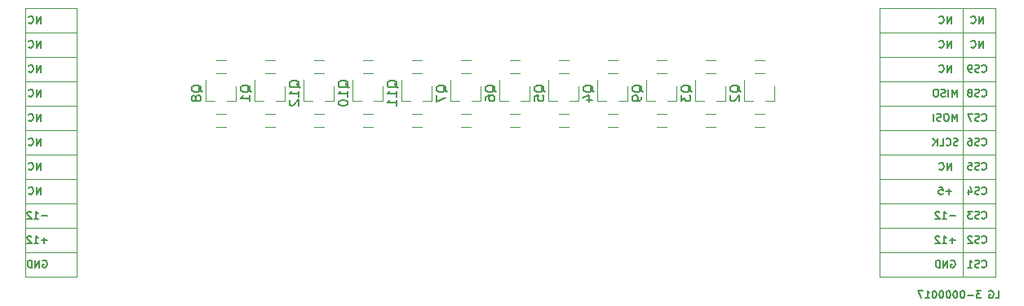
<source format=gbr>
G04 #@! TF.GenerationSoftware,KiCad,Pcbnew,(5.1.2)-1*
G04 #@! TF.CreationDate,2019-11-05T14:52:24-06:00*
G04 #@! TF.ProjectId,computer_board,636f6d70-7574-4657-925f-626f6172642e,rev?*
G04 #@! TF.SameCoordinates,Original*
G04 #@! TF.FileFunction,Legend,Bot*
G04 #@! TF.FilePolarity,Positive*
%FSLAX46Y46*%
G04 Gerber Fmt 4.6, Leading zero omitted, Abs format (unit mm)*
G04 Created by KiCad (PCBNEW (5.1.2)-1) date 2019-11-05 14:52:24*
%MOMM*%
%LPD*%
G04 APERTURE LIST*
%ADD10C,0.120000*%
%ADD11C,0.149860*%
%ADD12C,0.150000*%
G04 APERTURE END LIST*
D10*
X188976000Y-86360000D02*
X188976000Y-58420000D01*
X180340000Y-83820000D02*
X192405000Y-83820000D01*
X192405000Y-81280000D02*
X180340000Y-81280000D01*
X180340000Y-78740000D02*
X192405000Y-78740000D01*
X192405000Y-76200000D02*
X180340000Y-76200000D01*
X180340000Y-73660000D02*
X192405000Y-73660000D01*
X192405000Y-71120000D02*
X180340000Y-71120000D01*
X180340000Y-68580000D02*
X192405000Y-68580000D01*
X192405000Y-66040000D02*
X180340000Y-66040000D01*
X180340000Y-63500000D02*
X192405000Y-63500000D01*
X192405000Y-86360000D02*
X192405000Y-60960000D01*
X180340000Y-86360000D02*
X192405000Y-86360000D01*
X180340000Y-58420000D02*
X180340000Y-86360000D01*
X192405000Y-58420000D02*
X180340000Y-58420000D01*
X192405000Y-60960000D02*
X192405000Y-58420000D01*
X180340000Y-60960000D02*
X192405000Y-60960000D01*
D11*
X191098714Y-62574714D02*
X191098714Y-61812714D01*
X190663285Y-62574714D01*
X190663285Y-61812714D01*
X189865000Y-62502142D02*
X189901285Y-62538428D01*
X190010142Y-62574714D01*
X190082714Y-62574714D01*
X190191571Y-62538428D01*
X190264142Y-62465857D01*
X190300428Y-62393285D01*
X190336714Y-62248142D01*
X190336714Y-62139285D01*
X190300428Y-61994142D01*
X190264142Y-61921571D01*
X190191571Y-61849000D01*
X190082714Y-61812714D01*
X190010142Y-61812714D01*
X189901285Y-61849000D01*
X189865000Y-61885285D01*
X191098714Y-60034714D02*
X191098714Y-59272714D01*
X190663285Y-60034714D01*
X190663285Y-59272714D01*
X189865000Y-59962142D02*
X189901285Y-59998428D01*
X190010142Y-60034714D01*
X190082714Y-60034714D01*
X190191571Y-59998428D01*
X190264142Y-59925857D01*
X190300428Y-59853285D01*
X190336714Y-59708142D01*
X190336714Y-59599285D01*
X190300428Y-59454142D01*
X190264142Y-59381571D01*
X190191571Y-59309000D01*
X190082714Y-59272714D01*
X190010142Y-59272714D01*
X189901285Y-59309000D01*
X189865000Y-59345285D01*
X187796714Y-60034714D02*
X187796714Y-59272714D01*
X187361285Y-60034714D01*
X187361285Y-59272714D01*
X186563000Y-59962142D02*
X186599285Y-59998428D01*
X186708142Y-60034714D01*
X186780714Y-60034714D01*
X186889571Y-59998428D01*
X186962142Y-59925857D01*
X186998428Y-59853285D01*
X187034714Y-59708142D01*
X187034714Y-59599285D01*
X186998428Y-59454142D01*
X186962142Y-59381571D01*
X186889571Y-59309000D01*
X186780714Y-59272714D01*
X186708142Y-59272714D01*
X186599285Y-59309000D01*
X186563000Y-59345285D01*
X187796714Y-62574714D02*
X187796714Y-61812714D01*
X187361285Y-62574714D01*
X187361285Y-61812714D01*
X186563000Y-62502142D02*
X186599285Y-62538428D01*
X186708142Y-62574714D01*
X186780714Y-62574714D01*
X186889571Y-62538428D01*
X186962142Y-62465857D01*
X186998428Y-62393285D01*
X187034714Y-62248142D01*
X187034714Y-62139285D01*
X186998428Y-61994142D01*
X186962142Y-61921571D01*
X186889571Y-61849000D01*
X186780714Y-61812714D01*
X186708142Y-61812714D01*
X186599285Y-61849000D01*
X186563000Y-61885285D01*
X187796714Y-65114714D02*
X187796714Y-64352714D01*
X187361285Y-65114714D01*
X187361285Y-64352714D01*
X186563000Y-65042142D02*
X186599285Y-65078428D01*
X186708142Y-65114714D01*
X186780714Y-65114714D01*
X186889571Y-65078428D01*
X186962142Y-65005857D01*
X186998428Y-64933285D01*
X187034714Y-64788142D01*
X187034714Y-64679285D01*
X186998428Y-64534142D01*
X186962142Y-64461571D01*
X186889571Y-64389000D01*
X186780714Y-64352714D01*
X186708142Y-64352714D01*
X186599285Y-64389000D01*
X186563000Y-64425285D01*
X190989857Y-65042142D02*
X191026142Y-65078428D01*
X191135000Y-65114714D01*
X191207571Y-65114714D01*
X191316428Y-65078428D01*
X191389000Y-65005857D01*
X191425285Y-64933285D01*
X191461571Y-64788142D01*
X191461571Y-64679285D01*
X191425285Y-64534142D01*
X191389000Y-64461571D01*
X191316428Y-64389000D01*
X191207571Y-64352714D01*
X191135000Y-64352714D01*
X191026142Y-64389000D01*
X190989857Y-64425285D01*
X190699571Y-65078428D02*
X190590714Y-65114714D01*
X190409285Y-65114714D01*
X190336714Y-65078428D01*
X190300428Y-65042142D01*
X190264142Y-64969571D01*
X190264142Y-64897000D01*
X190300428Y-64824428D01*
X190336714Y-64788142D01*
X190409285Y-64751857D01*
X190554428Y-64715571D01*
X190627000Y-64679285D01*
X190663285Y-64643000D01*
X190699571Y-64570428D01*
X190699571Y-64497857D01*
X190663285Y-64425285D01*
X190627000Y-64389000D01*
X190554428Y-64352714D01*
X190373000Y-64352714D01*
X190264142Y-64389000D01*
X189901285Y-65114714D02*
X189756142Y-65114714D01*
X189683571Y-65078428D01*
X189647285Y-65042142D01*
X189574714Y-64933285D01*
X189538428Y-64788142D01*
X189538428Y-64497857D01*
X189574714Y-64425285D01*
X189611000Y-64389000D01*
X189683571Y-64352714D01*
X189828714Y-64352714D01*
X189901285Y-64389000D01*
X189937571Y-64425285D01*
X189973857Y-64497857D01*
X189973857Y-64679285D01*
X189937571Y-64751857D01*
X189901285Y-64788142D01*
X189828714Y-64824428D01*
X189683571Y-64824428D01*
X189611000Y-64788142D01*
X189574714Y-64751857D01*
X189538428Y-64679285D01*
X190989857Y-67582142D02*
X191026142Y-67618428D01*
X191135000Y-67654714D01*
X191207571Y-67654714D01*
X191316428Y-67618428D01*
X191389000Y-67545857D01*
X191425285Y-67473285D01*
X191461571Y-67328142D01*
X191461571Y-67219285D01*
X191425285Y-67074142D01*
X191389000Y-67001571D01*
X191316428Y-66929000D01*
X191207571Y-66892714D01*
X191135000Y-66892714D01*
X191026142Y-66929000D01*
X190989857Y-66965285D01*
X190699571Y-67618428D02*
X190590714Y-67654714D01*
X190409285Y-67654714D01*
X190336714Y-67618428D01*
X190300428Y-67582142D01*
X190264142Y-67509571D01*
X190264142Y-67437000D01*
X190300428Y-67364428D01*
X190336714Y-67328142D01*
X190409285Y-67291857D01*
X190554428Y-67255571D01*
X190627000Y-67219285D01*
X190663285Y-67183000D01*
X190699571Y-67110428D01*
X190699571Y-67037857D01*
X190663285Y-66965285D01*
X190627000Y-66929000D01*
X190554428Y-66892714D01*
X190373000Y-66892714D01*
X190264142Y-66929000D01*
X189828714Y-67219285D02*
X189901285Y-67183000D01*
X189937571Y-67146714D01*
X189973857Y-67074142D01*
X189973857Y-67037857D01*
X189937571Y-66965285D01*
X189901285Y-66929000D01*
X189828714Y-66892714D01*
X189683571Y-66892714D01*
X189611000Y-66929000D01*
X189574714Y-66965285D01*
X189538428Y-67037857D01*
X189538428Y-67074142D01*
X189574714Y-67146714D01*
X189611000Y-67183000D01*
X189683571Y-67219285D01*
X189828714Y-67219285D01*
X189901285Y-67255571D01*
X189937571Y-67291857D01*
X189973857Y-67364428D01*
X189973857Y-67509571D01*
X189937571Y-67582142D01*
X189901285Y-67618428D01*
X189828714Y-67654714D01*
X189683571Y-67654714D01*
X189611000Y-67618428D01*
X189574714Y-67582142D01*
X189538428Y-67509571D01*
X189538428Y-67364428D01*
X189574714Y-67291857D01*
X189611000Y-67255571D01*
X189683571Y-67219285D01*
X190989857Y-70122142D02*
X191026142Y-70158428D01*
X191135000Y-70194714D01*
X191207571Y-70194714D01*
X191316428Y-70158428D01*
X191389000Y-70085857D01*
X191425285Y-70013285D01*
X191461571Y-69868142D01*
X191461571Y-69759285D01*
X191425285Y-69614142D01*
X191389000Y-69541571D01*
X191316428Y-69469000D01*
X191207571Y-69432714D01*
X191135000Y-69432714D01*
X191026142Y-69469000D01*
X190989857Y-69505285D01*
X190699571Y-70158428D02*
X190590714Y-70194714D01*
X190409285Y-70194714D01*
X190336714Y-70158428D01*
X190300428Y-70122142D01*
X190264142Y-70049571D01*
X190264142Y-69977000D01*
X190300428Y-69904428D01*
X190336714Y-69868142D01*
X190409285Y-69831857D01*
X190554428Y-69795571D01*
X190627000Y-69759285D01*
X190663285Y-69723000D01*
X190699571Y-69650428D01*
X190699571Y-69577857D01*
X190663285Y-69505285D01*
X190627000Y-69469000D01*
X190554428Y-69432714D01*
X190373000Y-69432714D01*
X190264142Y-69469000D01*
X190010142Y-69432714D02*
X189502142Y-69432714D01*
X189828714Y-70194714D01*
X188395428Y-67654714D02*
X188395428Y-66892714D01*
X188141428Y-67437000D01*
X187887428Y-66892714D01*
X187887428Y-67654714D01*
X187524571Y-67654714D02*
X187524571Y-66892714D01*
X187198000Y-67618428D02*
X187089142Y-67654714D01*
X186907714Y-67654714D01*
X186835142Y-67618428D01*
X186798857Y-67582142D01*
X186762571Y-67509571D01*
X186762571Y-67437000D01*
X186798857Y-67364428D01*
X186835142Y-67328142D01*
X186907714Y-67291857D01*
X187052857Y-67255571D01*
X187125428Y-67219285D01*
X187161714Y-67183000D01*
X187198000Y-67110428D01*
X187198000Y-67037857D01*
X187161714Y-66965285D01*
X187125428Y-66929000D01*
X187052857Y-66892714D01*
X186871428Y-66892714D01*
X186762571Y-66929000D01*
X186290857Y-66892714D02*
X186145714Y-66892714D01*
X186073142Y-66929000D01*
X186000571Y-67001571D01*
X185964285Y-67146714D01*
X185964285Y-67400714D01*
X186000571Y-67545857D01*
X186073142Y-67618428D01*
X186145714Y-67654714D01*
X186290857Y-67654714D01*
X186363428Y-67618428D01*
X186436000Y-67545857D01*
X186472285Y-67400714D01*
X186472285Y-67146714D01*
X186436000Y-67001571D01*
X186363428Y-66929000D01*
X186290857Y-66892714D01*
X188395428Y-70194714D02*
X188395428Y-69432714D01*
X188141428Y-69977000D01*
X187887428Y-69432714D01*
X187887428Y-70194714D01*
X187379428Y-69432714D02*
X187234285Y-69432714D01*
X187161714Y-69469000D01*
X187089142Y-69541571D01*
X187052857Y-69686714D01*
X187052857Y-69940714D01*
X187089142Y-70085857D01*
X187161714Y-70158428D01*
X187234285Y-70194714D01*
X187379428Y-70194714D01*
X187452000Y-70158428D01*
X187524571Y-70085857D01*
X187560857Y-69940714D01*
X187560857Y-69686714D01*
X187524571Y-69541571D01*
X187452000Y-69469000D01*
X187379428Y-69432714D01*
X186762571Y-70158428D02*
X186653714Y-70194714D01*
X186472285Y-70194714D01*
X186399714Y-70158428D01*
X186363428Y-70122142D01*
X186327142Y-70049571D01*
X186327142Y-69977000D01*
X186363428Y-69904428D01*
X186399714Y-69868142D01*
X186472285Y-69831857D01*
X186617428Y-69795571D01*
X186690000Y-69759285D01*
X186726285Y-69723000D01*
X186762571Y-69650428D01*
X186762571Y-69577857D01*
X186726285Y-69505285D01*
X186690000Y-69469000D01*
X186617428Y-69432714D01*
X186436000Y-69432714D01*
X186327142Y-69469000D01*
X186000571Y-70194714D02*
X186000571Y-69432714D01*
X190989857Y-75202142D02*
X191026142Y-75238428D01*
X191135000Y-75274714D01*
X191207571Y-75274714D01*
X191316428Y-75238428D01*
X191389000Y-75165857D01*
X191425285Y-75093285D01*
X191461571Y-74948142D01*
X191461571Y-74839285D01*
X191425285Y-74694142D01*
X191389000Y-74621571D01*
X191316428Y-74549000D01*
X191207571Y-74512714D01*
X191135000Y-74512714D01*
X191026142Y-74549000D01*
X190989857Y-74585285D01*
X190699571Y-75238428D02*
X190590714Y-75274714D01*
X190409285Y-75274714D01*
X190336714Y-75238428D01*
X190300428Y-75202142D01*
X190264142Y-75129571D01*
X190264142Y-75057000D01*
X190300428Y-74984428D01*
X190336714Y-74948142D01*
X190409285Y-74911857D01*
X190554428Y-74875571D01*
X190627000Y-74839285D01*
X190663285Y-74803000D01*
X190699571Y-74730428D01*
X190699571Y-74657857D01*
X190663285Y-74585285D01*
X190627000Y-74549000D01*
X190554428Y-74512714D01*
X190373000Y-74512714D01*
X190264142Y-74549000D01*
X189574714Y-74512714D02*
X189937571Y-74512714D01*
X189973857Y-74875571D01*
X189937571Y-74839285D01*
X189865000Y-74803000D01*
X189683571Y-74803000D01*
X189611000Y-74839285D01*
X189574714Y-74875571D01*
X189538428Y-74948142D01*
X189538428Y-75129571D01*
X189574714Y-75202142D01*
X189611000Y-75238428D01*
X189683571Y-75274714D01*
X189865000Y-75274714D01*
X189937571Y-75238428D01*
X189973857Y-75202142D01*
X190989857Y-72662142D02*
X191026142Y-72698428D01*
X191135000Y-72734714D01*
X191207571Y-72734714D01*
X191316428Y-72698428D01*
X191389000Y-72625857D01*
X191425285Y-72553285D01*
X191461571Y-72408142D01*
X191461571Y-72299285D01*
X191425285Y-72154142D01*
X191389000Y-72081571D01*
X191316428Y-72009000D01*
X191207571Y-71972714D01*
X191135000Y-71972714D01*
X191026142Y-72009000D01*
X190989857Y-72045285D01*
X190699571Y-72698428D02*
X190590714Y-72734714D01*
X190409285Y-72734714D01*
X190336714Y-72698428D01*
X190300428Y-72662142D01*
X190264142Y-72589571D01*
X190264142Y-72517000D01*
X190300428Y-72444428D01*
X190336714Y-72408142D01*
X190409285Y-72371857D01*
X190554428Y-72335571D01*
X190627000Y-72299285D01*
X190663285Y-72263000D01*
X190699571Y-72190428D01*
X190699571Y-72117857D01*
X190663285Y-72045285D01*
X190627000Y-72009000D01*
X190554428Y-71972714D01*
X190373000Y-71972714D01*
X190264142Y-72009000D01*
X189611000Y-71972714D02*
X189756142Y-71972714D01*
X189828714Y-72009000D01*
X189865000Y-72045285D01*
X189937571Y-72154142D01*
X189973857Y-72299285D01*
X189973857Y-72589571D01*
X189937571Y-72662142D01*
X189901285Y-72698428D01*
X189828714Y-72734714D01*
X189683571Y-72734714D01*
X189611000Y-72698428D01*
X189574714Y-72662142D01*
X189538428Y-72589571D01*
X189538428Y-72408142D01*
X189574714Y-72335571D01*
X189611000Y-72299285D01*
X189683571Y-72263000D01*
X189828714Y-72263000D01*
X189901285Y-72299285D01*
X189937571Y-72335571D01*
X189973857Y-72408142D01*
X187796714Y-75274714D02*
X187796714Y-74512714D01*
X187361285Y-75274714D01*
X187361285Y-74512714D01*
X186563000Y-75202142D02*
X186599285Y-75238428D01*
X186708142Y-75274714D01*
X186780714Y-75274714D01*
X186889571Y-75238428D01*
X186962142Y-75165857D01*
X186998428Y-75093285D01*
X187034714Y-74948142D01*
X187034714Y-74839285D01*
X186998428Y-74694142D01*
X186962142Y-74621571D01*
X186889571Y-74549000D01*
X186780714Y-74512714D01*
X186708142Y-74512714D01*
X186599285Y-74549000D01*
X186563000Y-74585285D01*
X188486142Y-72698428D02*
X188377285Y-72734714D01*
X188195857Y-72734714D01*
X188123285Y-72698428D01*
X188087000Y-72662142D01*
X188050714Y-72589571D01*
X188050714Y-72517000D01*
X188087000Y-72444428D01*
X188123285Y-72408142D01*
X188195857Y-72371857D01*
X188341000Y-72335571D01*
X188413571Y-72299285D01*
X188449857Y-72263000D01*
X188486142Y-72190428D01*
X188486142Y-72117857D01*
X188449857Y-72045285D01*
X188413571Y-72009000D01*
X188341000Y-71972714D01*
X188159571Y-71972714D01*
X188050714Y-72009000D01*
X187288714Y-72662142D02*
X187325000Y-72698428D01*
X187433857Y-72734714D01*
X187506428Y-72734714D01*
X187615285Y-72698428D01*
X187687857Y-72625857D01*
X187724142Y-72553285D01*
X187760428Y-72408142D01*
X187760428Y-72299285D01*
X187724142Y-72154142D01*
X187687857Y-72081571D01*
X187615285Y-72009000D01*
X187506428Y-71972714D01*
X187433857Y-71972714D01*
X187325000Y-72009000D01*
X187288714Y-72045285D01*
X186599285Y-72734714D02*
X186962142Y-72734714D01*
X186962142Y-71972714D01*
X186345285Y-72734714D02*
X186345285Y-71972714D01*
X185909857Y-72734714D02*
X186236428Y-72299285D01*
X185909857Y-71972714D02*
X186345285Y-72408142D01*
X190989857Y-80282142D02*
X191026142Y-80318428D01*
X191135000Y-80354714D01*
X191207571Y-80354714D01*
X191316428Y-80318428D01*
X191389000Y-80245857D01*
X191425285Y-80173285D01*
X191461571Y-80028142D01*
X191461571Y-79919285D01*
X191425285Y-79774142D01*
X191389000Y-79701571D01*
X191316428Y-79629000D01*
X191207571Y-79592714D01*
X191135000Y-79592714D01*
X191026142Y-79629000D01*
X190989857Y-79665285D01*
X190699571Y-80318428D02*
X190590714Y-80354714D01*
X190409285Y-80354714D01*
X190336714Y-80318428D01*
X190300428Y-80282142D01*
X190264142Y-80209571D01*
X190264142Y-80137000D01*
X190300428Y-80064428D01*
X190336714Y-80028142D01*
X190409285Y-79991857D01*
X190554428Y-79955571D01*
X190627000Y-79919285D01*
X190663285Y-79883000D01*
X190699571Y-79810428D01*
X190699571Y-79737857D01*
X190663285Y-79665285D01*
X190627000Y-79629000D01*
X190554428Y-79592714D01*
X190373000Y-79592714D01*
X190264142Y-79629000D01*
X190010142Y-79592714D02*
X189538428Y-79592714D01*
X189792428Y-79883000D01*
X189683571Y-79883000D01*
X189611000Y-79919285D01*
X189574714Y-79955571D01*
X189538428Y-80028142D01*
X189538428Y-80209571D01*
X189574714Y-80282142D01*
X189611000Y-80318428D01*
X189683571Y-80354714D01*
X189901285Y-80354714D01*
X189973857Y-80318428D01*
X190010142Y-80282142D01*
X188214000Y-80064428D02*
X187633428Y-80064428D01*
X186871428Y-80354714D02*
X187306857Y-80354714D01*
X187089142Y-80354714D02*
X187089142Y-79592714D01*
X187161714Y-79701571D01*
X187234285Y-79774142D01*
X187306857Y-79810428D01*
X186581142Y-79665285D02*
X186544857Y-79629000D01*
X186472285Y-79592714D01*
X186290857Y-79592714D01*
X186218285Y-79629000D01*
X186182000Y-79665285D01*
X186145714Y-79737857D01*
X186145714Y-79810428D01*
X186182000Y-79919285D01*
X186617428Y-80354714D01*
X186145714Y-80354714D01*
X190989857Y-77742142D02*
X191026142Y-77778428D01*
X191135000Y-77814714D01*
X191207571Y-77814714D01*
X191316428Y-77778428D01*
X191389000Y-77705857D01*
X191425285Y-77633285D01*
X191461571Y-77488142D01*
X191461571Y-77379285D01*
X191425285Y-77234142D01*
X191389000Y-77161571D01*
X191316428Y-77089000D01*
X191207571Y-77052714D01*
X191135000Y-77052714D01*
X191026142Y-77089000D01*
X190989857Y-77125285D01*
X190699571Y-77778428D02*
X190590714Y-77814714D01*
X190409285Y-77814714D01*
X190336714Y-77778428D01*
X190300428Y-77742142D01*
X190264142Y-77669571D01*
X190264142Y-77597000D01*
X190300428Y-77524428D01*
X190336714Y-77488142D01*
X190409285Y-77451857D01*
X190554428Y-77415571D01*
X190627000Y-77379285D01*
X190663285Y-77343000D01*
X190699571Y-77270428D01*
X190699571Y-77197857D01*
X190663285Y-77125285D01*
X190627000Y-77089000D01*
X190554428Y-77052714D01*
X190373000Y-77052714D01*
X190264142Y-77089000D01*
X189611000Y-77306714D02*
X189611000Y-77814714D01*
X189792428Y-77016428D02*
X189973857Y-77560714D01*
X189502142Y-77560714D01*
X187851142Y-77524428D02*
X187270571Y-77524428D01*
X187560857Y-77814714D02*
X187560857Y-77234142D01*
X186544857Y-77052714D02*
X186907714Y-77052714D01*
X186944000Y-77415571D01*
X186907714Y-77379285D01*
X186835142Y-77343000D01*
X186653714Y-77343000D01*
X186581142Y-77379285D01*
X186544857Y-77415571D01*
X186508571Y-77488142D01*
X186508571Y-77669571D01*
X186544857Y-77742142D01*
X186581142Y-77778428D01*
X186653714Y-77814714D01*
X186835142Y-77814714D01*
X186907714Y-77778428D01*
X186944000Y-77742142D01*
X190989857Y-82822142D02*
X191026142Y-82858428D01*
X191135000Y-82894714D01*
X191207571Y-82894714D01*
X191316428Y-82858428D01*
X191389000Y-82785857D01*
X191425285Y-82713285D01*
X191461571Y-82568142D01*
X191461571Y-82459285D01*
X191425285Y-82314142D01*
X191389000Y-82241571D01*
X191316428Y-82169000D01*
X191207571Y-82132714D01*
X191135000Y-82132714D01*
X191026142Y-82169000D01*
X190989857Y-82205285D01*
X190699571Y-82858428D02*
X190590714Y-82894714D01*
X190409285Y-82894714D01*
X190336714Y-82858428D01*
X190300428Y-82822142D01*
X190264142Y-82749571D01*
X190264142Y-82677000D01*
X190300428Y-82604428D01*
X190336714Y-82568142D01*
X190409285Y-82531857D01*
X190554428Y-82495571D01*
X190627000Y-82459285D01*
X190663285Y-82423000D01*
X190699571Y-82350428D01*
X190699571Y-82277857D01*
X190663285Y-82205285D01*
X190627000Y-82169000D01*
X190554428Y-82132714D01*
X190373000Y-82132714D01*
X190264142Y-82169000D01*
X189973857Y-82205285D02*
X189937571Y-82169000D01*
X189865000Y-82132714D01*
X189683571Y-82132714D01*
X189611000Y-82169000D01*
X189574714Y-82205285D01*
X189538428Y-82277857D01*
X189538428Y-82350428D01*
X189574714Y-82459285D01*
X190010142Y-82894714D01*
X189538428Y-82894714D01*
X188214000Y-82604428D02*
X187633428Y-82604428D01*
X187923714Y-82894714D02*
X187923714Y-82314142D01*
X186871428Y-82894714D02*
X187306857Y-82894714D01*
X187089142Y-82894714D02*
X187089142Y-82132714D01*
X187161714Y-82241571D01*
X187234285Y-82314142D01*
X187306857Y-82350428D01*
X186581142Y-82205285D02*
X186544857Y-82169000D01*
X186472285Y-82132714D01*
X186290857Y-82132714D01*
X186218285Y-82169000D01*
X186182000Y-82205285D01*
X186145714Y-82277857D01*
X186145714Y-82350428D01*
X186182000Y-82459285D01*
X186617428Y-82894714D01*
X186145714Y-82894714D01*
X190989857Y-85362142D02*
X191026142Y-85398428D01*
X191135000Y-85434714D01*
X191207571Y-85434714D01*
X191316428Y-85398428D01*
X191389000Y-85325857D01*
X191425285Y-85253285D01*
X191461571Y-85108142D01*
X191461571Y-84999285D01*
X191425285Y-84854142D01*
X191389000Y-84781571D01*
X191316428Y-84709000D01*
X191207571Y-84672714D01*
X191135000Y-84672714D01*
X191026142Y-84709000D01*
X190989857Y-84745285D01*
X190699571Y-85398428D02*
X190590714Y-85434714D01*
X190409285Y-85434714D01*
X190336714Y-85398428D01*
X190300428Y-85362142D01*
X190264142Y-85289571D01*
X190264142Y-85217000D01*
X190300428Y-85144428D01*
X190336714Y-85108142D01*
X190409285Y-85071857D01*
X190554428Y-85035571D01*
X190627000Y-84999285D01*
X190663285Y-84963000D01*
X190699571Y-84890428D01*
X190699571Y-84817857D01*
X190663285Y-84745285D01*
X190627000Y-84709000D01*
X190554428Y-84672714D01*
X190373000Y-84672714D01*
X190264142Y-84709000D01*
X189538428Y-85434714D02*
X189973857Y-85434714D01*
X189756142Y-85434714D02*
X189756142Y-84672714D01*
X189828714Y-84781571D01*
X189901285Y-84854142D01*
X189973857Y-84890428D01*
X187778571Y-84709000D02*
X187851142Y-84672714D01*
X187960000Y-84672714D01*
X188068857Y-84709000D01*
X188141428Y-84781571D01*
X188177714Y-84854142D01*
X188214000Y-84999285D01*
X188214000Y-85108142D01*
X188177714Y-85253285D01*
X188141428Y-85325857D01*
X188068857Y-85398428D01*
X187960000Y-85434714D01*
X187887428Y-85434714D01*
X187778571Y-85398428D01*
X187742285Y-85362142D01*
X187742285Y-85108142D01*
X187887428Y-85108142D01*
X187415714Y-85434714D02*
X187415714Y-84672714D01*
X186980285Y-85434714D01*
X186980285Y-84672714D01*
X186617428Y-85434714D02*
X186617428Y-84672714D01*
X186436000Y-84672714D01*
X186327142Y-84709000D01*
X186254571Y-84781571D01*
X186218285Y-84854142D01*
X186182000Y-84999285D01*
X186182000Y-85108142D01*
X186218285Y-85253285D01*
X186254571Y-85325857D01*
X186327142Y-85398428D01*
X186436000Y-85434714D01*
X186617428Y-85434714D01*
D10*
X97028000Y-58420000D02*
X91694000Y-58420000D01*
X91694000Y-86360000D02*
X97028000Y-86360000D01*
X97028000Y-83820000D02*
X91694000Y-83820000D01*
X91694000Y-81280000D02*
X97028000Y-81280000D01*
X97028000Y-78740000D02*
X91694000Y-78740000D01*
X91694000Y-76200000D02*
X97028000Y-76200000D01*
X97028000Y-73660000D02*
X91694000Y-73660000D01*
X91694000Y-71120000D02*
X97028000Y-71120000D01*
X97028000Y-68580000D02*
X91694000Y-68580000D01*
X91694000Y-66040000D02*
X97028000Y-66040000D01*
X97028000Y-63500000D02*
X91694000Y-63500000D01*
X97028000Y-60960000D02*
X91694000Y-60960000D01*
X97028000Y-86360000D02*
X97028000Y-58420000D01*
X91694000Y-58420000D02*
X91694000Y-86360000D01*
D11*
X93308714Y-60034714D02*
X93308714Y-59272714D01*
X92873285Y-60034714D01*
X92873285Y-59272714D01*
X92075000Y-59962142D02*
X92111285Y-59998428D01*
X92220142Y-60034714D01*
X92292714Y-60034714D01*
X92401571Y-59998428D01*
X92474142Y-59925857D01*
X92510428Y-59853285D01*
X92546714Y-59708142D01*
X92546714Y-59599285D01*
X92510428Y-59454142D01*
X92474142Y-59381571D01*
X92401571Y-59309000D01*
X92292714Y-59272714D01*
X92220142Y-59272714D01*
X92111285Y-59309000D01*
X92075000Y-59345285D01*
X93308714Y-62574714D02*
X93308714Y-61812714D01*
X92873285Y-62574714D01*
X92873285Y-61812714D01*
X92075000Y-62502142D02*
X92111285Y-62538428D01*
X92220142Y-62574714D01*
X92292714Y-62574714D01*
X92401571Y-62538428D01*
X92474142Y-62465857D01*
X92510428Y-62393285D01*
X92546714Y-62248142D01*
X92546714Y-62139285D01*
X92510428Y-61994142D01*
X92474142Y-61921571D01*
X92401571Y-61849000D01*
X92292714Y-61812714D01*
X92220142Y-61812714D01*
X92111285Y-61849000D01*
X92075000Y-61885285D01*
X93308714Y-65114714D02*
X93308714Y-64352714D01*
X92873285Y-65114714D01*
X92873285Y-64352714D01*
X92075000Y-65042142D02*
X92111285Y-65078428D01*
X92220142Y-65114714D01*
X92292714Y-65114714D01*
X92401571Y-65078428D01*
X92474142Y-65005857D01*
X92510428Y-64933285D01*
X92546714Y-64788142D01*
X92546714Y-64679285D01*
X92510428Y-64534142D01*
X92474142Y-64461571D01*
X92401571Y-64389000D01*
X92292714Y-64352714D01*
X92220142Y-64352714D01*
X92111285Y-64389000D01*
X92075000Y-64425285D01*
X93308714Y-67654714D02*
X93308714Y-66892714D01*
X92873285Y-67654714D01*
X92873285Y-66892714D01*
X92075000Y-67582142D02*
X92111285Y-67618428D01*
X92220142Y-67654714D01*
X92292714Y-67654714D01*
X92401571Y-67618428D01*
X92474142Y-67545857D01*
X92510428Y-67473285D01*
X92546714Y-67328142D01*
X92546714Y-67219285D01*
X92510428Y-67074142D01*
X92474142Y-67001571D01*
X92401571Y-66929000D01*
X92292714Y-66892714D01*
X92220142Y-66892714D01*
X92111285Y-66929000D01*
X92075000Y-66965285D01*
X93308714Y-70194714D02*
X93308714Y-69432714D01*
X92873285Y-70194714D01*
X92873285Y-69432714D01*
X92075000Y-70122142D02*
X92111285Y-70158428D01*
X92220142Y-70194714D01*
X92292714Y-70194714D01*
X92401571Y-70158428D01*
X92474142Y-70085857D01*
X92510428Y-70013285D01*
X92546714Y-69868142D01*
X92546714Y-69759285D01*
X92510428Y-69614142D01*
X92474142Y-69541571D01*
X92401571Y-69469000D01*
X92292714Y-69432714D01*
X92220142Y-69432714D01*
X92111285Y-69469000D01*
X92075000Y-69505285D01*
X93308714Y-72734714D02*
X93308714Y-71972714D01*
X92873285Y-72734714D01*
X92873285Y-71972714D01*
X92075000Y-72662142D02*
X92111285Y-72698428D01*
X92220142Y-72734714D01*
X92292714Y-72734714D01*
X92401571Y-72698428D01*
X92474142Y-72625857D01*
X92510428Y-72553285D01*
X92546714Y-72408142D01*
X92546714Y-72299285D01*
X92510428Y-72154142D01*
X92474142Y-72081571D01*
X92401571Y-72009000D01*
X92292714Y-71972714D01*
X92220142Y-71972714D01*
X92111285Y-72009000D01*
X92075000Y-72045285D01*
X93308714Y-75274714D02*
X93308714Y-74512714D01*
X92873285Y-75274714D01*
X92873285Y-74512714D01*
X92075000Y-75202142D02*
X92111285Y-75238428D01*
X92220142Y-75274714D01*
X92292714Y-75274714D01*
X92401571Y-75238428D01*
X92474142Y-75165857D01*
X92510428Y-75093285D01*
X92546714Y-74948142D01*
X92546714Y-74839285D01*
X92510428Y-74694142D01*
X92474142Y-74621571D01*
X92401571Y-74549000D01*
X92292714Y-74512714D01*
X92220142Y-74512714D01*
X92111285Y-74549000D01*
X92075000Y-74585285D01*
X93308714Y-77814714D02*
X93308714Y-77052714D01*
X92873285Y-77814714D01*
X92873285Y-77052714D01*
X92075000Y-77742142D02*
X92111285Y-77778428D01*
X92220142Y-77814714D01*
X92292714Y-77814714D01*
X92401571Y-77778428D01*
X92474142Y-77705857D01*
X92510428Y-77633285D01*
X92546714Y-77488142D01*
X92546714Y-77379285D01*
X92510428Y-77234142D01*
X92474142Y-77161571D01*
X92401571Y-77089000D01*
X92292714Y-77052714D01*
X92220142Y-77052714D01*
X92111285Y-77089000D01*
X92075000Y-77125285D01*
X93980000Y-80064428D02*
X93399428Y-80064428D01*
X92637428Y-80354714D02*
X93072857Y-80354714D01*
X92855142Y-80354714D02*
X92855142Y-79592714D01*
X92927714Y-79701571D01*
X93000285Y-79774142D01*
X93072857Y-79810428D01*
X92347142Y-79665285D02*
X92310857Y-79629000D01*
X92238285Y-79592714D01*
X92056857Y-79592714D01*
X91984285Y-79629000D01*
X91948000Y-79665285D01*
X91911714Y-79737857D01*
X91911714Y-79810428D01*
X91948000Y-79919285D01*
X92383428Y-80354714D01*
X91911714Y-80354714D01*
X93980000Y-82604428D02*
X93399428Y-82604428D01*
X93689714Y-82894714D02*
X93689714Y-82314142D01*
X92637428Y-82894714D02*
X93072857Y-82894714D01*
X92855142Y-82894714D02*
X92855142Y-82132714D01*
X92927714Y-82241571D01*
X93000285Y-82314142D01*
X93072857Y-82350428D01*
X92347142Y-82205285D02*
X92310857Y-82169000D01*
X92238285Y-82132714D01*
X92056857Y-82132714D01*
X91984285Y-82169000D01*
X91948000Y-82205285D01*
X91911714Y-82277857D01*
X91911714Y-82350428D01*
X91948000Y-82459285D01*
X92383428Y-82894714D01*
X91911714Y-82894714D01*
X93544571Y-84709000D02*
X93617142Y-84672714D01*
X93726000Y-84672714D01*
X93834857Y-84709000D01*
X93907428Y-84781571D01*
X93943714Y-84854142D01*
X93980000Y-84999285D01*
X93980000Y-85108142D01*
X93943714Y-85253285D01*
X93907428Y-85325857D01*
X93834857Y-85398428D01*
X93726000Y-85434714D01*
X93653428Y-85434714D01*
X93544571Y-85398428D01*
X93508285Y-85362142D01*
X93508285Y-85108142D01*
X93653428Y-85108142D01*
X93181714Y-85434714D02*
X93181714Y-84672714D01*
X92746285Y-85434714D01*
X92746285Y-84672714D01*
X92383428Y-85434714D02*
X92383428Y-84672714D01*
X92202000Y-84672714D01*
X92093142Y-84709000D01*
X92020571Y-84781571D01*
X91984285Y-84854142D01*
X91948000Y-84999285D01*
X91948000Y-85108142D01*
X91984285Y-85253285D01*
X92020571Y-85325857D01*
X92093142Y-85398428D01*
X92202000Y-85434714D01*
X92383428Y-85434714D01*
D12*
X192405000Y-88609714D02*
X192767857Y-88609714D01*
X192767857Y-87847714D01*
X191751857Y-87884000D02*
X191824428Y-87847714D01*
X191933285Y-87847714D01*
X192042142Y-87884000D01*
X192114714Y-87956571D01*
X192151000Y-88029142D01*
X192187285Y-88174285D01*
X192187285Y-88283142D01*
X192151000Y-88428285D01*
X192114714Y-88500857D01*
X192042142Y-88573428D01*
X191933285Y-88609714D01*
X191860714Y-88609714D01*
X191751857Y-88573428D01*
X191715571Y-88537142D01*
X191715571Y-88283142D01*
X191860714Y-88283142D01*
X190881000Y-87847714D02*
X190409285Y-87847714D01*
X190663285Y-88138000D01*
X190554428Y-88138000D01*
X190481857Y-88174285D01*
X190445571Y-88210571D01*
X190409285Y-88283142D01*
X190409285Y-88464571D01*
X190445571Y-88537142D01*
X190481857Y-88573428D01*
X190554428Y-88609714D01*
X190772142Y-88609714D01*
X190844714Y-88573428D01*
X190881000Y-88537142D01*
X190082714Y-88319428D02*
X189502142Y-88319428D01*
X188994142Y-87847714D02*
X188921571Y-87847714D01*
X188849000Y-87884000D01*
X188812714Y-87920285D01*
X188776428Y-87992857D01*
X188740142Y-88138000D01*
X188740142Y-88319428D01*
X188776428Y-88464571D01*
X188812714Y-88537142D01*
X188849000Y-88573428D01*
X188921571Y-88609714D01*
X188994142Y-88609714D01*
X189066714Y-88573428D01*
X189103000Y-88537142D01*
X189139285Y-88464571D01*
X189175571Y-88319428D01*
X189175571Y-88138000D01*
X189139285Y-87992857D01*
X189103000Y-87920285D01*
X189066714Y-87884000D01*
X188994142Y-87847714D01*
X188268428Y-87847714D02*
X188195857Y-87847714D01*
X188123285Y-87884000D01*
X188087000Y-87920285D01*
X188050714Y-87992857D01*
X188014428Y-88138000D01*
X188014428Y-88319428D01*
X188050714Y-88464571D01*
X188087000Y-88537142D01*
X188123285Y-88573428D01*
X188195857Y-88609714D01*
X188268428Y-88609714D01*
X188341000Y-88573428D01*
X188377285Y-88537142D01*
X188413571Y-88464571D01*
X188449857Y-88319428D01*
X188449857Y-88138000D01*
X188413571Y-87992857D01*
X188377285Y-87920285D01*
X188341000Y-87884000D01*
X188268428Y-87847714D01*
X187542714Y-87847714D02*
X187470142Y-87847714D01*
X187397571Y-87884000D01*
X187361285Y-87920285D01*
X187325000Y-87992857D01*
X187288714Y-88138000D01*
X187288714Y-88319428D01*
X187325000Y-88464571D01*
X187361285Y-88537142D01*
X187397571Y-88573428D01*
X187470142Y-88609714D01*
X187542714Y-88609714D01*
X187615285Y-88573428D01*
X187651571Y-88537142D01*
X187687857Y-88464571D01*
X187724142Y-88319428D01*
X187724142Y-88138000D01*
X187687857Y-87992857D01*
X187651571Y-87920285D01*
X187615285Y-87884000D01*
X187542714Y-87847714D01*
X186817000Y-87847714D02*
X186744428Y-87847714D01*
X186671857Y-87884000D01*
X186635571Y-87920285D01*
X186599285Y-87992857D01*
X186563000Y-88138000D01*
X186563000Y-88319428D01*
X186599285Y-88464571D01*
X186635571Y-88537142D01*
X186671857Y-88573428D01*
X186744428Y-88609714D01*
X186817000Y-88609714D01*
X186889571Y-88573428D01*
X186925857Y-88537142D01*
X186962142Y-88464571D01*
X186998428Y-88319428D01*
X186998428Y-88138000D01*
X186962142Y-87992857D01*
X186925857Y-87920285D01*
X186889571Y-87884000D01*
X186817000Y-87847714D01*
X186091285Y-87847714D02*
X186018714Y-87847714D01*
X185946142Y-87884000D01*
X185909857Y-87920285D01*
X185873571Y-87992857D01*
X185837285Y-88138000D01*
X185837285Y-88319428D01*
X185873571Y-88464571D01*
X185909857Y-88537142D01*
X185946142Y-88573428D01*
X186018714Y-88609714D01*
X186091285Y-88609714D01*
X186163857Y-88573428D01*
X186200142Y-88537142D01*
X186236428Y-88464571D01*
X186272714Y-88319428D01*
X186272714Y-88138000D01*
X186236428Y-87992857D01*
X186200142Y-87920285D01*
X186163857Y-87884000D01*
X186091285Y-87847714D01*
X185111571Y-88609714D02*
X185547000Y-88609714D01*
X185329285Y-88609714D02*
X185329285Y-87847714D01*
X185401857Y-87956571D01*
X185474428Y-88029142D01*
X185547000Y-88065428D01*
X184857571Y-87847714D02*
X184349571Y-87847714D01*
X184676142Y-88609714D01*
D10*
X118674000Y-68070000D02*
X118674000Y-66610000D01*
X115514000Y-68070000D02*
X115514000Y-65910000D01*
X115514000Y-68070000D02*
X116444000Y-68070000D01*
X118674000Y-68070000D02*
X117744000Y-68070000D01*
X169474000Y-68070000D02*
X169474000Y-66610000D01*
X166314000Y-68070000D02*
X166314000Y-65910000D01*
X166314000Y-68070000D02*
X167244000Y-68070000D01*
X169474000Y-68070000D02*
X168544000Y-68070000D01*
X164394000Y-68070000D02*
X164394000Y-66610000D01*
X161234000Y-68070000D02*
X161234000Y-65910000D01*
X161234000Y-68070000D02*
X162164000Y-68070000D01*
X164394000Y-68070000D02*
X163464000Y-68070000D01*
X154234000Y-68070000D02*
X153304000Y-68070000D01*
X151074000Y-68070000D02*
X152004000Y-68070000D01*
X151074000Y-68070000D02*
X151074000Y-65910000D01*
X154234000Y-68070000D02*
X154234000Y-66610000D01*
X149154000Y-68070000D02*
X148224000Y-68070000D01*
X145994000Y-68070000D02*
X146924000Y-68070000D01*
X145994000Y-68070000D02*
X145994000Y-65910000D01*
X149154000Y-68070000D02*
X149154000Y-66610000D01*
X144074000Y-68070000D02*
X143144000Y-68070000D01*
X140914000Y-68070000D02*
X141844000Y-68070000D01*
X140914000Y-68070000D02*
X140914000Y-65910000D01*
X144074000Y-68070000D02*
X144074000Y-66610000D01*
X138994000Y-68070000D02*
X138994000Y-66610000D01*
X135834000Y-68070000D02*
X135834000Y-65910000D01*
X135834000Y-68070000D02*
X136764000Y-68070000D01*
X138994000Y-68070000D02*
X138064000Y-68070000D01*
X113594000Y-68070000D02*
X113594000Y-66610000D01*
X110434000Y-68070000D02*
X110434000Y-65910000D01*
X110434000Y-68070000D02*
X111364000Y-68070000D01*
X113594000Y-68070000D02*
X112664000Y-68070000D01*
X159314000Y-68070000D02*
X159314000Y-66610000D01*
X156154000Y-68070000D02*
X156154000Y-65910000D01*
X156154000Y-68070000D02*
X157084000Y-68070000D01*
X159314000Y-68070000D02*
X158384000Y-68070000D01*
X128834000Y-68070000D02*
X127904000Y-68070000D01*
X125674000Y-68070000D02*
X126604000Y-68070000D01*
X125674000Y-68070000D02*
X125674000Y-65910000D01*
X128834000Y-68070000D02*
X128834000Y-66610000D01*
X133914000Y-68070000D02*
X132984000Y-68070000D01*
X130754000Y-68070000D02*
X131684000Y-68070000D01*
X130754000Y-68070000D02*
X130754000Y-65910000D01*
X133914000Y-68070000D02*
X133914000Y-66610000D01*
X123754000Y-68070000D02*
X122824000Y-68070000D01*
X120594000Y-68070000D02*
X121524000Y-68070000D01*
X120594000Y-68070000D02*
X120594000Y-65910000D01*
X123754000Y-68070000D02*
X123754000Y-66610000D01*
X117594000Y-63836000D02*
X116594000Y-63836000D01*
X116594000Y-65196000D02*
X117594000Y-65196000D01*
X168394000Y-63836000D02*
X167394000Y-63836000D01*
X167394000Y-65196000D02*
X168394000Y-65196000D01*
X163314000Y-63836000D02*
X162314000Y-63836000D01*
X162314000Y-65196000D02*
X163314000Y-65196000D01*
X153154000Y-63836000D02*
X152154000Y-63836000D01*
X152154000Y-65196000D02*
X153154000Y-65196000D01*
X117594000Y-69424000D02*
X116594000Y-69424000D01*
X116594000Y-70784000D02*
X117594000Y-70784000D01*
X168394000Y-69424000D02*
X167394000Y-69424000D01*
X167394000Y-70784000D02*
X168394000Y-70784000D01*
X163314000Y-69424000D02*
X162314000Y-69424000D01*
X162314000Y-70784000D02*
X163314000Y-70784000D01*
X153154000Y-69424000D02*
X152154000Y-69424000D01*
X152154000Y-70784000D02*
X153154000Y-70784000D01*
X148074000Y-63836000D02*
X147074000Y-63836000D01*
X147074000Y-65196000D02*
X148074000Y-65196000D01*
X141994000Y-65196000D02*
X142994000Y-65196000D01*
X142994000Y-63836000D02*
X141994000Y-63836000D01*
X136914000Y-65196000D02*
X137914000Y-65196000D01*
X137914000Y-63836000D02*
X136914000Y-63836000D01*
X112514000Y-63836000D02*
X111514000Y-63836000D01*
X111514000Y-65196000D02*
X112514000Y-65196000D01*
X148074000Y-69424000D02*
X147074000Y-69424000D01*
X147074000Y-70784000D02*
X148074000Y-70784000D01*
X141994000Y-70784000D02*
X142994000Y-70784000D01*
X142994000Y-69424000D02*
X141994000Y-69424000D01*
X136914000Y-70784000D02*
X137914000Y-70784000D01*
X137914000Y-69424000D02*
X136914000Y-69424000D01*
X111514000Y-70784000D02*
X112514000Y-70784000D01*
X112514000Y-69424000D02*
X111514000Y-69424000D01*
X158234000Y-63836000D02*
X157234000Y-63836000D01*
X157234000Y-65196000D02*
X158234000Y-65196000D01*
X126754000Y-65196000D02*
X127754000Y-65196000D01*
X127754000Y-63836000D02*
X126754000Y-63836000D01*
X131834000Y-65196000D02*
X132834000Y-65196000D01*
X132834000Y-63836000D02*
X131834000Y-63836000D01*
X121674000Y-65196000D02*
X122674000Y-65196000D01*
X122674000Y-63836000D02*
X121674000Y-63836000D01*
X158234000Y-69424000D02*
X157234000Y-69424000D01*
X157234000Y-70784000D02*
X158234000Y-70784000D01*
X126754000Y-70784000D02*
X127754000Y-70784000D01*
X127754000Y-69424000D02*
X126754000Y-69424000D01*
X132834000Y-69424000D02*
X131834000Y-69424000D01*
X131834000Y-70784000D02*
X132834000Y-70784000D01*
X121674000Y-70784000D02*
X122674000Y-70784000D01*
X122674000Y-69424000D02*
X121674000Y-69424000D01*
D12*
X115141619Y-67214761D02*
X115094000Y-67119523D01*
X114998761Y-67024285D01*
X114855904Y-66881428D01*
X114808285Y-66786190D01*
X114808285Y-66690952D01*
X115046380Y-66738571D02*
X114998761Y-66643333D01*
X114903523Y-66548095D01*
X114713047Y-66500476D01*
X114379714Y-66500476D01*
X114189238Y-66548095D01*
X114094000Y-66643333D01*
X114046380Y-66738571D01*
X114046380Y-66929047D01*
X114094000Y-67024285D01*
X114189238Y-67119523D01*
X114379714Y-67167142D01*
X114713047Y-67167142D01*
X114903523Y-67119523D01*
X114998761Y-67024285D01*
X115046380Y-66929047D01*
X115046380Y-66738571D01*
X115046380Y-68119523D02*
X115046380Y-67548095D01*
X115046380Y-67833809D02*
X114046380Y-67833809D01*
X114189238Y-67738571D01*
X114284476Y-67643333D01*
X114332095Y-67548095D01*
X165941619Y-67214761D02*
X165894000Y-67119523D01*
X165798761Y-67024285D01*
X165655904Y-66881428D01*
X165608285Y-66786190D01*
X165608285Y-66690952D01*
X165846380Y-66738571D02*
X165798761Y-66643333D01*
X165703523Y-66548095D01*
X165513047Y-66500476D01*
X165179714Y-66500476D01*
X164989238Y-66548095D01*
X164894000Y-66643333D01*
X164846380Y-66738571D01*
X164846380Y-66929047D01*
X164894000Y-67024285D01*
X164989238Y-67119523D01*
X165179714Y-67167142D01*
X165513047Y-67167142D01*
X165703523Y-67119523D01*
X165798761Y-67024285D01*
X165846380Y-66929047D01*
X165846380Y-66738571D01*
X164941619Y-67548095D02*
X164894000Y-67595714D01*
X164846380Y-67690952D01*
X164846380Y-67929047D01*
X164894000Y-68024285D01*
X164941619Y-68071904D01*
X165036857Y-68119523D01*
X165132095Y-68119523D01*
X165274952Y-68071904D01*
X165846380Y-67500476D01*
X165846380Y-68119523D01*
X160861619Y-67214761D02*
X160814000Y-67119523D01*
X160718761Y-67024285D01*
X160575904Y-66881428D01*
X160528285Y-66786190D01*
X160528285Y-66690952D01*
X160766380Y-66738571D02*
X160718761Y-66643333D01*
X160623523Y-66548095D01*
X160433047Y-66500476D01*
X160099714Y-66500476D01*
X159909238Y-66548095D01*
X159814000Y-66643333D01*
X159766380Y-66738571D01*
X159766380Y-66929047D01*
X159814000Y-67024285D01*
X159909238Y-67119523D01*
X160099714Y-67167142D01*
X160433047Y-67167142D01*
X160623523Y-67119523D01*
X160718761Y-67024285D01*
X160766380Y-66929047D01*
X160766380Y-66738571D01*
X159766380Y-67500476D02*
X159766380Y-68119523D01*
X160147333Y-67786190D01*
X160147333Y-67929047D01*
X160194952Y-68024285D01*
X160242571Y-68071904D01*
X160337809Y-68119523D01*
X160575904Y-68119523D01*
X160671142Y-68071904D01*
X160718761Y-68024285D01*
X160766380Y-67929047D01*
X160766380Y-67643333D01*
X160718761Y-67548095D01*
X160671142Y-67500476D01*
X150701619Y-67214761D02*
X150654000Y-67119523D01*
X150558761Y-67024285D01*
X150415904Y-66881428D01*
X150368285Y-66786190D01*
X150368285Y-66690952D01*
X150606380Y-66738571D02*
X150558761Y-66643333D01*
X150463523Y-66548095D01*
X150273047Y-66500476D01*
X149939714Y-66500476D01*
X149749238Y-66548095D01*
X149654000Y-66643333D01*
X149606380Y-66738571D01*
X149606380Y-66929047D01*
X149654000Y-67024285D01*
X149749238Y-67119523D01*
X149939714Y-67167142D01*
X150273047Y-67167142D01*
X150463523Y-67119523D01*
X150558761Y-67024285D01*
X150606380Y-66929047D01*
X150606380Y-66738571D01*
X149939714Y-68024285D02*
X150606380Y-68024285D01*
X149558761Y-67786190D02*
X150273047Y-67548095D01*
X150273047Y-68167142D01*
X145621619Y-67214761D02*
X145574000Y-67119523D01*
X145478761Y-67024285D01*
X145335904Y-66881428D01*
X145288285Y-66786190D01*
X145288285Y-66690952D01*
X145526380Y-66738571D02*
X145478761Y-66643333D01*
X145383523Y-66548095D01*
X145193047Y-66500476D01*
X144859714Y-66500476D01*
X144669238Y-66548095D01*
X144574000Y-66643333D01*
X144526380Y-66738571D01*
X144526380Y-66929047D01*
X144574000Y-67024285D01*
X144669238Y-67119523D01*
X144859714Y-67167142D01*
X145193047Y-67167142D01*
X145383523Y-67119523D01*
X145478761Y-67024285D01*
X145526380Y-66929047D01*
X145526380Y-66738571D01*
X144526380Y-68071904D02*
X144526380Y-67595714D01*
X145002571Y-67548095D01*
X144954952Y-67595714D01*
X144907333Y-67690952D01*
X144907333Y-67929047D01*
X144954952Y-68024285D01*
X145002571Y-68071904D01*
X145097809Y-68119523D01*
X145335904Y-68119523D01*
X145431142Y-68071904D01*
X145478761Y-68024285D01*
X145526380Y-67929047D01*
X145526380Y-67690952D01*
X145478761Y-67595714D01*
X145431142Y-67548095D01*
X140541619Y-67214761D02*
X140494000Y-67119523D01*
X140398761Y-67024285D01*
X140255904Y-66881428D01*
X140208285Y-66786190D01*
X140208285Y-66690952D01*
X140446380Y-66738571D02*
X140398761Y-66643333D01*
X140303523Y-66548095D01*
X140113047Y-66500476D01*
X139779714Y-66500476D01*
X139589238Y-66548095D01*
X139494000Y-66643333D01*
X139446380Y-66738571D01*
X139446380Y-66929047D01*
X139494000Y-67024285D01*
X139589238Y-67119523D01*
X139779714Y-67167142D01*
X140113047Y-67167142D01*
X140303523Y-67119523D01*
X140398761Y-67024285D01*
X140446380Y-66929047D01*
X140446380Y-66738571D01*
X139446380Y-68024285D02*
X139446380Y-67833809D01*
X139494000Y-67738571D01*
X139541619Y-67690952D01*
X139684476Y-67595714D01*
X139874952Y-67548095D01*
X140255904Y-67548095D01*
X140351142Y-67595714D01*
X140398761Y-67643333D01*
X140446380Y-67738571D01*
X140446380Y-67929047D01*
X140398761Y-68024285D01*
X140351142Y-68071904D01*
X140255904Y-68119523D01*
X140017809Y-68119523D01*
X139922571Y-68071904D01*
X139874952Y-68024285D01*
X139827333Y-67929047D01*
X139827333Y-67738571D01*
X139874952Y-67643333D01*
X139922571Y-67595714D01*
X140017809Y-67548095D01*
X135461619Y-67214761D02*
X135414000Y-67119523D01*
X135318761Y-67024285D01*
X135175904Y-66881428D01*
X135128285Y-66786190D01*
X135128285Y-66690952D01*
X135366380Y-66738571D02*
X135318761Y-66643333D01*
X135223523Y-66548095D01*
X135033047Y-66500476D01*
X134699714Y-66500476D01*
X134509238Y-66548095D01*
X134414000Y-66643333D01*
X134366380Y-66738571D01*
X134366380Y-66929047D01*
X134414000Y-67024285D01*
X134509238Y-67119523D01*
X134699714Y-67167142D01*
X135033047Y-67167142D01*
X135223523Y-67119523D01*
X135318761Y-67024285D01*
X135366380Y-66929047D01*
X135366380Y-66738571D01*
X134366380Y-67500476D02*
X134366380Y-68167142D01*
X135366380Y-67738571D01*
X110061619Y-67214761D02*
X110014000Y-67119523D01*
X109918761Y-67024285D01*
X109775904Y-66881428D01*
X109728285Y-66786190D01*
X109728285Y-66690952D01*
X109966380Y-66738571D02*
X109918761Y-66643333D01*
X109823523Y-66548095D01*
X109633047Y-66500476D01*
X109299714Y-66500476D01*
X109109238Y-66548095D01*
X109014000Y-66643333D01*
X108966380Y-66738571D01*
X108966380Y-66929047D01*
X109014000Y-67024285D01*
X109109238Y-67119523D01*
X109299714Y-67167142D01*
X109633047Y-67167142D01*
X109823523Y-67119523D01*
X109918761Y-67024285D01*
X109966380Y-66929047D01*
X109966380Y-66738571D01*
X109394952Y-67738571D02*
X109347333Y-67643333D01*
X109299714Y-67595714D01*
X109204476Y-67548095D01*
X109156857Y-67548095D01*
X109061619Y-67595714D01*
X109014000Y-67643333D01*
X108966380Y-67738571D01*
X108966380Y-67929047D01*
X109014000Y-68024285D01*
X109061619Y-68071904D01*
X109156857Y-68119523D01*
X109204476Y-68119523D01*
X109299714Y-68071904D01*
X109347333Y-68024285D01*
X109394952Y-67929047D01*
X109394952Y-67738571D01*
X109442571Y-67643333D01*
X109490190Y-67595714D01*
X109585428Y-67548095D01*
X109775904Y-67548095D01*
X109871142Y-67595714D01*
X109918761Y-67643333D01*
X109966380Y-67738571D01*
X109966380Y-67929047D01*
X109918761Y-68024285D01*
X109871142Y-68071904D01*
X109775904Y-68119523D01*
X109585428Y-68119523D01*
X109490190Y-68071904D01*
X109442571Y-68024285D01*
X109394952Y-67929047D01*
X155781619Y-67214761D02*
X155734000Y-67119523D01*
X155638761Y-67024285D01*
X155495904Y-66881428D01*
X155448285Y-66786190D01*
X155448285Y-66690952D01*
X155686380Y-66738571D02*
X155638761Y-66643333D01*
X155543523Y-66548095D01*
X155353047Y-66500476D01*
X155019714Y-66500476D01*
X154829238Y-66548095D01*
X154734000Y-66643333D01*
X154686380Y-66738571D01*
X154686380Y-66929047D01*
X154734000Y-67024285D01*
X154829238Y-67119523D01*
X155019714Y-67167142D01*
X155353047Y-67167142D01*
X155543523Y-67119523D01*
X155638761Y-67024285D01*
X155686380Y-66929047D01*
X155686380Y-66738571D01*
X155686380Y-67643333D02*
X155686380Y-67833809D01*
X155638761Y-67929047D01*
X155591142Y-67976666D01*
X155448285Y-68071904D01*
X155257809Y-68119523D01*
X154876857Y-68119523D01*
X154781619Y-68071904D01*
X154734000Y-68024285D01*
X154686380Y-67929047D01*
X154686380Y-67738571D01*
X154734000Y-67643333D01*
X154781619Y-67595714D01*
X154876857Y-67548095D01*
X155114952Y-67548095D01*
X155210190Y-67595714D01*
X155257809Y-67643333D01*
X155305428Y-67738571D01*
X155305428Y-67929047D01*
X155257809Y-68024285D01*
X155210190Y-68071904D01*
X155114952Y-68119523D01*
X125301619Y-66738571D02*
X125254000Y-66643333D01*
X125158761Y-66548095D01*
X125015904Y-66405238D01*
X124968285Y-66310000D01*
X124968285Y-66214761D01*
X125206380Y-66262380D02*
X125158761Y-66167142D01*
X125063523Y-66071904D01*
X124873047Y-66024285D01*
X124539714Y-66024285D01*
X124349238Y-66071904D01*
X124254000Y-66167142D01*
X124206380Y-66262380D01*
X124206380Y-66452857D01*
X124254000Y-66548095D01*
X124349238Y-66643333D01*
X124539714Y-66690952D01*
X124873047Y-66690952D01*
X125063523Y-66643333D01*
X125158761Y-66548095D01*
X125206380Y-66452857D01*
X125206380Y-66262380D01*
X125206380Y-67643333D02*
X125206380Y-67071904D01*
X125206380Y-67357619D02*
X124206380Y-67357619D01*
X124349238Y-67262380D01*
X124444476Y-67167142D01*
X124492095Y-67071904D01*
X124206380Y-68262380D02*
X124206380Y-68357619D01*
X124254000Y-68452857D01*
X124301619Y-68500476D01*
X124396857Y-68548095D01*
X124587333Y-68595714D01*
X124825428Y-68595714D01*
X125015904Y-68548095D01*
X125111142Y-68500476D01*
X125158761Y-68452857D01*
X125206380Y-68357619D01*
X125206380Y-68262380D01*
X125158761Y-68167142D01*
X125111142Y-68119523D01*
X125015904Y-68071904D01*
X124825428Y-68024285D01*
X124587333Y-68024285D01*
X124396857Y-68071904D01*
X124301619Y-68119523D01*
X124254000Y-68167142D01*
X124206380Y-68262380D01*
X130381619Y-66738571D02*
X130334000Y-66643333D01*
X130238761Y-66548095D01*
X130095904Y-66405238D01*
X130048285Y-66310000D01*
X130048285Y-66214761D01*
X130286380Y-66262380D02*
X130238761Y-66167142D01*
X130143523Y-66071904D01*
X129953047Y-66024285D01*
X129619714Y-66024285D01*
X129429238Y-66071904D01*
X129334000Y-66167142D01*
X129286380Y-66262380D01*
X129286380Y-66452857D01*
X129334000Y-66548095D01*
X129429238Y-66643333D01*
X129619714Y-66690952D01*
X129953047Y-66690952D01*
X130143523Y-66643333D01*
X130238761Y-66548095D01*
X130286380Y-66452857D01*
X130286380Y-66262380D01*
X130286380Y-67643333D02*
X130286380Y-67071904D01*
X130286380Y-67357619D02*
X129286380Y-67357619D01*
X129429238Y-67262380D01*
X129524476Y-67167142D01*
X129572095Y-67071904D01*
X130286380Y-68595714D02*
X130286380Y-68024285D01*
X130286380Y-68310000D02*
X129286380Y-68310000D01*
X129429238Y-68214761D01*
X129524476Y-68119523D01*
X129572095Y-68024285D01*
X120221619Y-66738571D02*
X120174000Y-66643333D01*
X120078761Y-66548095D01*
X119935904Y-66405238D01*
X119888285Y-66310000D01*
X119888285Y-66214761D01*
X120126380Y-66262380D02*
X120078761Y-66167142D01*
X119983523Y-66071904D01*
X119793047Y-66024285D01*
X119459714Y-66024285D01*
X119269238Y-66071904D01*
X119174000Y-66167142D01*
X119126380Y-66262380D01*
X119126380Y-66452857D01*
X119174000Y-66548095D01*
X119269238Y-66643333D01*
X119459714Y-66690952D01*
X119793047Y-66690952D01*
X119983523Y-66643333D01*
X120078761Y-66548095D01*
X120126380Y-66452857D01*
X120126380Y-66262380D01*
X120126380Y-67643333D02*
X120126380Y-67071904D01*
X120126380Y-67357619D02*
X119126380Y-67357619D01*
X119269238Y-67262380D01*
X119364476Y-67167142D01*
X119412095Y-67071904D01*
X119221619Y-68024285D02*
X119174000Y-68071904D01*
X119126380Y-68167142D01*
X119126380Y-68405238D01*
X119174000Y-68500476D01*
X119221619Y-68548095D01*
X119316857Y-68595714D01*
X119412095Y-68595714D01*
X119554952Y-68548095D01*
X120126380Y-67976666D01*
X120126380Y-68595714D01*
M02*

</source>
